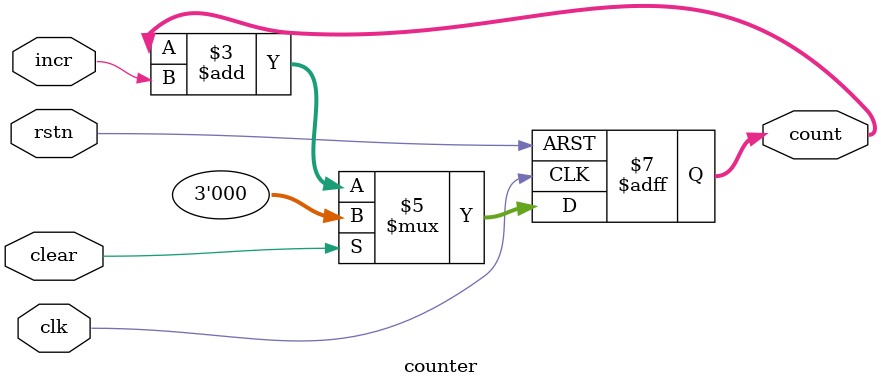
<source format=v>
module counter(input clk,
              input rstn,
              input clear,
              input incr,
              output reg [2:0] count);
  
  
  
  
  
  always @(posedge clk,negedge rstn)
    begin
      if(!rstn)
        count<='b0;
      else if(clear)
        count<='b0;
      else
        count<=count+incr;
    end
  
  
endmodule

</source>
